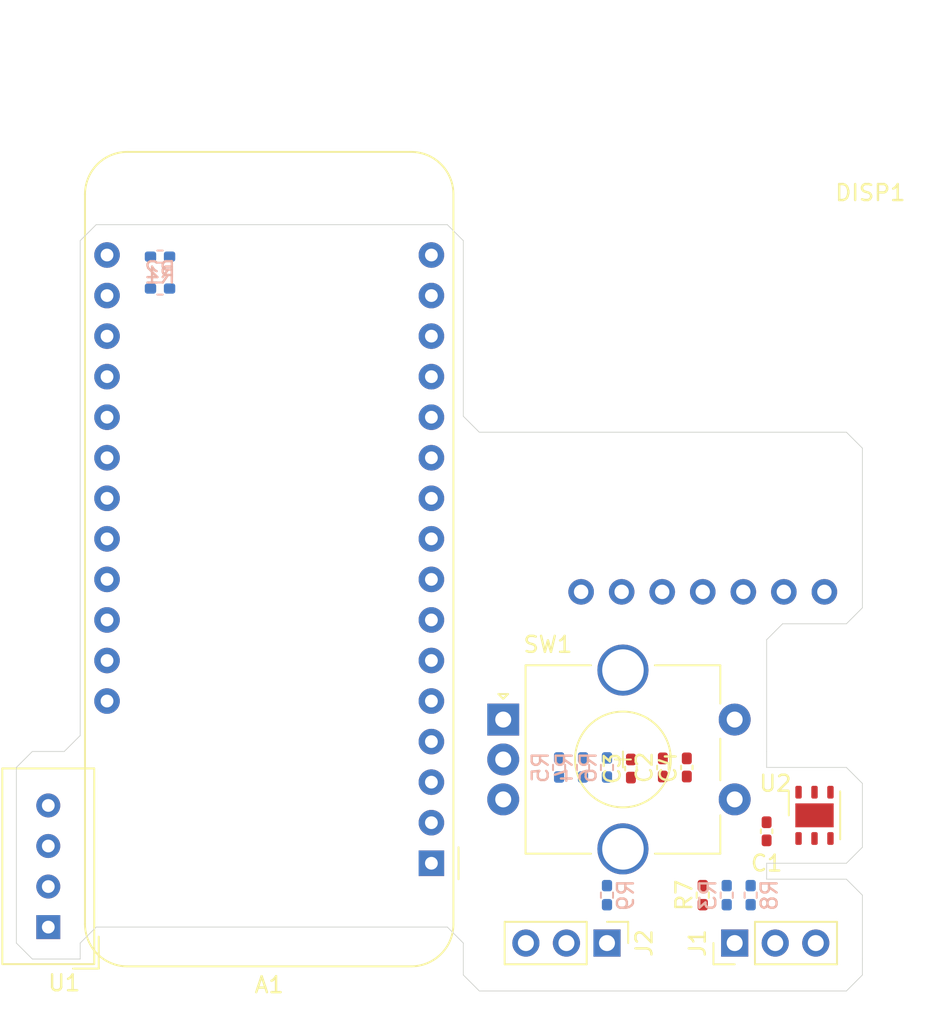
<source format=kicad_pcb>
(kicad_pcb (version 20171130) (host pcbnew 5.1.10-1.fc34)

  (general
    (thickness 1.6)
    (drawings 66)
    (tracks 0)
    (zones 0)
    (modules 20)
    (nets 20)
  )

  (page A4)
  (layers
    (0 F.Cu signal)
    (31 B.Cu signal)
    (32 B.Adhes user)
    (33 F.Adhes user)
    (34 B.Paste user)
    (35 F.Paste user)
    (36 B.SilkS user)
    (37 F.SilkS user)
    (38 B.Mask user)
    (39 F.Mask user)
    (40 Dwgs.User user)
    (41 Cmts.User user)
    (42 Eco1.User user)
    (43 Eco2.User user)
    (44 Edge.Cuts user)
    (45 Margin user)
    (46 B.CrtYd user)
    (47 F.CrtYd user)
    (48 B.Fab user)
    (49 F.Fab user)
  )

  (setup
    (last_trace_width 0.25)
    (trace_clearance 0.2)
    (zone_clearance 0.508)
    (zone_45_only no)
    (trace_min 0.2)
    (via_size 0.8)
    (via_drill 0.4)
    (via_min_size 0.4)
    (via_min_drill 0.3)
    (uvia_size 0.3)
    (uvia_drill 0.1)
    (uvias_allowed no)
    (uvia_min_size 0.2)
    (uvia_min_drill 0.1)
    (edge_width 0.05)
    (segment_width 0.2)
    (pcb_text_width 0.3)
    (pcb_text_size 1.5 1.5)
    (mod_edge_width 0.12)
    (mod_text_size 1 1)
    (mod_text_width 0.15)
    (pad_size 1.524 1.524)
    (pad_drill 0.762)
    (pad_to_mask_clearance 0)
    (aux_axis_origin 0 0)
    (visible_elements FFFFFF7F)
    (pcbplotparams
      (layerselection 0x010fc_ffffffff)
      (usegerberextensions false)
      (usegerberattributes true)
      (usegerberadvancedattributes true)
      (creategerberjobfile true)
      (excludeedgelayer true)
      (linewidth 0.100000)
      (plotframeref false)
      (viasonmask false)
      (mode 1)
      (useauxorigin false)
      (hpglpennumber 1)
      (hpglpenspeed 20)
      (hpglpendiameter 15.000000)
      (psnegative false)
      (psa4output false)
      (plotreference true)
      (plotvalue true)
      (plotinvisibletext false)
      (padsonsilk false)
      (subtractmaskfromsilk false)
      (outputformat 1)
      (mirror false)
      (drillshape 1)
      (scaleselection 1)
      (outputdirectory ""))
  )

  (net 0 "")
  (net 1 /SDA)
  (net 2 /SCL)
  (net 3 /LCD_DC)
  (net 4 /LCD_CS)
  (net 5 /SENS_DATA)
  (net 6 +5V)
  (net 7 +3V3)
  (net 8 GND)
  (net 9 /LCD_SCK)
  (net 10 /LCD_MOSI)
  (net 11 /ENC_BTN)
  (net 12 /ENC_A)
  (net 13 /ENC_B)
  (net 14 /LCD_BL)
  (net 15 /ONEWIRE)
  (net 16 /SERVO)
  (net 17 "Net-(J1-Pad2)")
  (net 18 "Net-(J1-Pad1)")
  (net 19 "Net-(J2-Pad1)")

  (net_class Default "This is the default net class."
    (clearance 0.2)
    (trace_width 0.25)
    (via_dia 0.8)
    (via_drill 0.4)
    (uvia_dia 0.3)
    (uvia_drill 0.1)
    (add_net +3V3)
    (add_net +5V)
    (add_net /ENC_A)
    (add_net /ENC_B)
    (add_net /ENC_BTN)
    (add_net /LCD_BL)
    (add_net /LCD_CS)
    (add_net /LCD_DC)
    (add_net /LCD_MOSI)
    (add_net /LCD_SCK)
    (add_net /ONEWIRE)
    (add_net /SCL)
    (add_net /SDA)
    (add_net /SENS_DATA)
    (add_net /SERVO)
    (add_net GND)
    (add_net "Net-(A1-Pad1)")
    (add_net "Net-(A1-Pad10)")
    (add_net "Net-(A1-Pad13)")
    (add_net "Net-(A1-Pad14)")
    (add_net "Net-(A1-Pad15)")
    (add_net "Net-(A1-Pad16)")
    (add_net "Net-(A1-Pad25)")
    (add_net "Net-(A1-Pad27)")
    (add_net "Net-(A1-Pad28)")
    (add_net "Net-(A1-Pad3)")
    (add_net "Net-(A1-Pad5)")
    (add_net "Net-(A1-Pad6)")
    (add_net "Net-(J1-Pad1)")
    (add_net "Net-(J1-Pad2)")
    (add_net "Net-(J2-Pad1)")
    (add_net "Net-(U1-Pad3)")
    (add_net "Net-(U2-Pad3)")
    (add_net "Net-(U2-Pad4)")
    (add_net "Net-(U2-Pad7)")
  )

  (module Resistor_SMD:R_0402_1005Metric_Pad0.72x0.64mm_HandSolder (layer B.Cu) (tedit 5F6BB9E0) (tstamp 61195420)
    (at 176 120 90)
    (descr "Resistor SMD 0402 (1005 Metric), square (rectangular) end terminal, IPC_7351 nominal with elongated pad for handsoldering. (Body size source: IPC-SM-782 page 72, https://www.pcb-3d.com/wordpress/wp-content/uploads/ipc-sm-782a_amendment_1_and_2.pdf), generated with kicad-footprint-generator")
    (tags "resistor handsolder")
    (path /611C2222)
    (attr smd)
    (fp_text reference R9 (at 0 1.17 90) (layer B.SilkS)
      (effects (font (size 1 1) (thickness 0.15)) (justify mirror))
    )
    (fp_text value 10 (at 0 -1.17 90) (layer B.Fab)
      (effects (font (size 1 1) (thickness 0.15)) (justify mirror))
    )
    (fp_text user %R (at 0 0 90) (layer B.Fab)
      (effects (font (size 0.26 0.26) (thickness 0.04)) (justify mirror))
    )
    (fp_line (start -0.525 -0.27) (end -0.525 0.27) (layer B.Fab) (width 0.1))
    (fp_line (start -0.525 0.27) (end 0.525 0.27) (layer B.Fab) (width 0.1))
    (fp_line (start 0.525 0.27) (end 0.525 -0.27) (layer B.Fab) (width 0.1))
    (fp_line (start 0.525 -0.27) (end -0.525 -0.27) (layer B.Fab) (width 0.1))
    (fp_line (start -0.167621 0.38) (end 0.167621 0.38) (layer B.SilkS) (width 0.12))
    (fp_line (start -0.167621 -0.38) (end 0.167621 -0.38) (layer B.SilkS) (width 0.12))
    (fp_line (start -1.1 -0.47) (end -1.1 0.47) (layer B.CrtYd) (width 0.05))
    (fp_line (start -1.1 0.47) (end 1.1 0.47) (layer B.CrtYd) (width 0.05))
    (fp_line (start 1.1 0.47) (end 1.1 -0.47) (layer B.CrtYd) (width 0.05))
    (fp_line (start 1.1 -0.47) (end -1.1 -0.47) (layer B.CrtYd) (width 0.05))
    (pad 2 smd roundrect (at 0.5975 0 90) (size 0.715 0.64) (layers B.Cu B.Paste B.Mask) (roundrect_rratio 0.25)
      (net 16 /SERVO))
    (pad 1 smd roundrect (at -0.5975 0 90) (size 0.715 0.64) (layers B.Cu B.Paste B.Mask) (roundrect_rratio 0.25)
      (net 19 "Net-(J2-Pad1)"))
    (model ${KISYS3DMOD}/Resistor_SMD.3dshapes/R_0402_1005Metric.wrl
      (at (xyz 0 0 0))
      (scale (xyz 1 1 1))
      (rotate (xyz 0 0 0))
    )
  )

  (module Resistor_SMD:R_0402_1005Metric_Pad0.72x0.64mm_HandSolder (layer B.Cu) (tedit 5F6BB9E0) (tstamp 6119540F)
    (at 185 120 90)
    (descr "Resistor SMD 0402 (1005 Metric), square (rectangular) end terminal, IPC_7351 nominal with elongated pad for handsoldering. (Body size source: IPC-SM-782 page 72, https://www.pcb-3d.com/wordpress/wp-content/uploads/ipc-sm-782a_amendment_1_and_2.pdf), generated with kicad-footprint-generator")
    (tags "resistor handsolder")
    (path /611B5A78)
    (attr smd)
    (fp_text reference R8 (at 0 1.17 90) (layer B.SilkS)
      (effects (font (size 1 1) (thickness 0.15)) (justify mirror))
    )
    (fp_text value 10 (at 0 -1.17 90) (layer B.Fab)
      (effects (font (size 1 1) (thickness 0.15)) (justify mirror))
    )
    (fp_text user %R (at 0 0 90) (layer B.Fab)
      (effects (font (size 0.26 0.26) (thickness 0.04)) (justify mirror))
    )
    (fp_line (start -0.525 -0.27) (end -0.525 0.27) (layer B.Fab) (width 0.1))
    (fp_line (start -0.525 0.27) (end 0.525 0.27) (layer B.Fab) (width 0.1))
    (fp_line (start 0.525 0.27) (end 0.525 -0.27) (layer B.Fab) (width 0.1))
    (fp_line (start 0.525 -0.27) (end -0.525 -0.27) (layer B.Fab) (width 0.1))
    (fp_line (start -0.167621 0.38) (end 0.167621 0.38) (layer B.SilkS) (width 0.12))
    (fp_line (start -0.167621 -0.38) (end 0.167621 -0.38) (layer B.SilkS) (width 0.12))
    (fp_line (start -1.1 -0.47) (end -1.1 0.47) (layer B.CrtYd) (width 0.05))
    (fp_line (start -1.1 0.47) (end 1.1 0.47) (layer B.CrtYd) (width 0.05))
    (fp_line (start 1.1 0.47) (end 1.1 -0.47) (layer B.CrtYd) (width 0.05))
    (fp_line (start 1.1 -0.47) (end -1.1 -0.47) (layer B.CrtYd) (width 0.05))
    (pad 2 smd roundrect (at 0.5975 0 90) (size 0.715 0.64) (layers B.Cu B.Paste B.Mask) (roundrect_rratio 0.25)
      (net 15 /ONEWIRE))
    (pad 1 smd roundrect (at -0.5975 0 90) (size 0.715 0.64) (layers B.Cu B.Paste B.Mask) (roundrect_rratio 0.25)
      (net 17 "Net-(J1-Pad2)"))
    (model ${KISYS3DMOD}/Resistor_SMD.3dshapes/R_0402_1005Metric.wrl
      (at (xyz 0 0 0))
      (scale (xyz 1 1 1))
      (rotate (xyz 0 0 0))
    )
  )

  (module Resistor_SMD:R_0402_1005Metric_Pad0.72x0.64mm_HandSolder (layer F.Cu) (tedit 5F6BB9E0) (tstamp 611953FE)
    (at 182 120 90)
    (descr "Resistor SMD 0402 (1005 Metric), square (rectangular) end terminal, IPC_7351 nominal with elongated pad for handsoldering. (Body size source: IPC-SM-782 page 72, https://www.pcb-3d.com/wordpress/wp-content/uploads/ipc-sm-782a_amendment_1_and_2.pdf), generated with kicad-footprint-generator")
    (tags "resistor handsolder")
    (path /611B2BA7)
    (attr smd)
    (fp_text reference R7 (at 0 -1.17 90) (layer F.SilkS)
      (effects (font (size 1 1) (thickness 0.15)))
    )
    (fp_text value 10 (at 0 1.17 90) (layer F.Fab)
      (effects (font (size 1 1) (thickness 0.15)))
    )
    (fp_text user %R (at 0 0 90) (layer F.Fab)
      (effects (font (size 0.26 0.26) (thickness 0.04)))
    )
    (fp_line (start -0.525 0.27) (end -0.525 -0.27) (layer F.Fab) (width 0.1))
    (fp_line (start -0.525 -0.27) (end 0.525 -0.27) (layer F.Fab) (width 0.1))
    (fp_line (start 0.525 -0.27) (end 0.525 0.27) (layer F.Fab) (width 0.1))
    (fp_line (start 0.525 0.27) (end -0.525 0.27) (layer F.Fab) (width 0.1))
    (fp_line (start -0.167621 -0.38) (end 0.167621 -0.38) (layer F.SilkS) (width 0.12))
    (fp_line (start -0.167621 0.38) (end 0.167621 0.38) (layer F.SilkS) (width 0.12))
    (fp_line (start -1.1 0.47) (end -1.1 -0.47) (layer F.CrtYd) (width 0.05))
    (fp_line (start -1.1 -0.47) (end 1.1 -0.47) (layer F.CrtYd) (width 0.05))
    (fp_line (start 1.1 -0.47) (end 1.1 0.47) (layer F.CrtYd) (width 0.05))
    (fp_line (start 1.1 0.47) (end -1.1 0.47) (layer F.CrtYd) (width 0.05))
    (pad 2 smd roundrect (at 0.5975 0 90) (size 0.715 0.64) (layers F.Cu F.Paste F.Mask) (roundrect_rratio 0.25)
      (net 7 +3V3))
    (pad 1 smd roundrect (at -0.5975 0 90) (size 0.715 0.64) (layers F.Cu F.Paste F.Mask) (roundrect_rratio 0.25)
      (net 18 "Net-(J1-Pad1)"))
    (model ${KISYS3DMOD}/Resistor_SMD.3dshapes/R_0402_1005Metric.wrl
      (at (xyz 0 0 0))
      (scale (xyz 1 1 1))
      (rotate (xyz 0 0 0))
    )
  )

  (module Resistor_SMD:R_0402_1005Metric_Pad0.72x0.64mm_HandSolder (layer B.Cu) (tedit 5F6BB9E0) (tstamp 6119636E)
    (at 183.5 120 270)
    (descr "Resistor SMD 0402 (1005 Metric), square (rectangular) end terminal, IPC_7351 nominal with elongated pad for handsoldering. (Body size source: IPC-SM-782 page 72, https://www.pcb-3d.com/wordpress/wp-content/uploads/ipc-sm-782a_amendment_1_and_2.pdf), generated with kicad-footprint-generator")
    (tags "resistor handsolder")
    (path /611B2858)
    (attr smd)
    (fp_text reference R3 (at 0 1.17 90) (layer B.SilkS)
      (effects (font (size 1 1) (thickness 0.15)) (justify mirror))
    )
    (fp_text value 4k7 (at 0 -1.17 90) (layer B.Fab)
      (effects (font (size 1 1) (thickness 0.15)) (justify mirror))
    )
    (fp_text user %R (at 0 0 90) (layer B.Fab)
      (effects (font (size 0.26 0.26) (thickness 0.04)) (justify mirror))
    )
    (fp_line (start -0.525 -0.27) (end -0.525 0.27) (layer B.Fab) (width 0.1))
    (fp_line (start -0.525 0.27) (end 0.525 0.27) (layer B.Fab) (width 0.1))
    (fp_line (start 0.525 0.27) (end 0.525 -0.27) (layer B.Fab) (width 0.1))
    (fp_line (start 0.525 -0.27) (end -0.525 -0.27) (layer B.Fab) (width 0.1))
    (fp_line (start -0.167621 0.38) (end 0.167621 0.38) (layer B.SilkS) (width 0.12))
    (fp_line (start -0.167621 -0.38) (end 0.167621 -0.38) (layer B.SilkS) (width 0.12))
    (fp_line (start -1.1 -0.47) (end -1.1 0.47) (layer B.CrtYd) (width 0.05))
    (fp_line (start -1.1 0.47) (end 1.1 0.47) (layer B.CrtYd) (width 0.05))
    (fp_line (start 1.1 0.47) (end 1.1 -0.47) (layer B.CrtYd) (width 0.05))
    (fp_line (start 1.1 -0.47) (end -1.1 -0.47) (layer B.CrtYd) (width 0.05))
    (pad 2 smd roundrect (at 0.5975 0 270) (size 0.715 0.64) (layers B.Cu B.Paste B.Mask) (roundrect_rratio 0.25)
      (net 15 /ONEWIRE))
    (pad 1 smd roundrect (at -0.5975 0 270) (size 0.715 0.64) (layers B.Cu B.Paste B.Mask) (roundrect_rratio 0.25)
      (net 7 +3V3))
    (model ${KISYS3DMOD}/Resistor_SMD.3dshapes/R_0402_1005Metric.wrl
      (at (xyz 0 0 0))
      (scale (xyz 1 1 1))
      (rotate (xyz 0 0 0))
    )
  )

  (module Connector_PinHeader_2.54mm:PinHeader_1x03_P2.54mm_Vertical (layer F.Cu) (tedit 59FED5CC) (tstamp 611956C1)
    (at 176 123 270)
    (descr "Through hole straight pin header, 1x03, 2.54mm pitch, single row")
    (tags "Through hole pin header THT 1x03 2.54mm single row")
    (path /611C181A)
    (fp_text reference J2 (at 0 -2.33 90) (layer F.SilkS)
      (effects (font (size 1 1) (thickness 0.15)))
    )
    (fp_text value Conn_01x03 (at 0 7.41 90) (layer F.Fab)
      (effects (font (size 1 1) (thickness 0.15)))
    )
    (fp_text user %R (at 0 2.54) (layer F.Fab)
      (effects (font (size 1 1) (thickness 0.15)))
    )
    (fp_line (start -0.635 -1.27) (end 1.27 -1.27) (layer F.Fab) (width 0.1))
    (fp_line (start 1.27 -1.27) (end 1.27 6.35) (layer F.Fab) (width 0.1))
    (fp_line (start 1.27 6.35) (end -1.27 6.35) (layer F.Fab) (width 0.1))
    (fp_line (start -1.27 6.35) (end -1.27 -0.635) (layer F.Fab) (width 0.1))
    (fp_line (start -1.27 -0.635) (end -0.635 -1.27) (layer F.Fab) (width 0.1))
    (fp_line (start -1.33 6.41) (end 1.33 6.41) (layer F.SilkS) (width 0.12))
    (fp_line (start -1.33 1.27) (end -1.33 6.41) (layer F.SilkS) (width 0.12))
    (fp_line (start 1.33 1.27) (end 1.33 6.41) (layer F.SilkS) (width 0.12))
    (fp_line (start -1.33 1.27) (end 1.33 1.27) (layer F.SilkS) (width 0.12))
    (fp_line (start -1.33 0) (end -1.33 -1.33) (layer F.SilkS) (width 0.12))
    (fp_line (start -1.33 -1.33) (end 0 -1.33) (layer F.SilkS) (width 0.12))
    (fp_line (start -1.8 -1.8) (end -1.8 6.85) (layer F.CrtYd) (width 0.05))
    (fp_line (start -1.8 6.85) (end 1.8 6.85) (layer F.CrtYd) (width 0.05))
    (fp_line (start 1.8 6.85) (end 1.8 -1.8) (layer F.CrtYd) (width 0.05))
    (fp_line (start 1.8 -1.8) (end -1.8 -1.8) (layer F.CrtYd) (width 0.05))
    (pad 3 thru_hole oval (at 0 5.08 270) (size 1.7 1.7) (drill 1) (layers *.Cu *.Mask)
      (net 8 GND))
    (pad 2 thru_hole oval (at 0 2.54 270) (size 1.7 1.7) (drill 1) (layers *.Cu *.Mask)
      (net 6 +5V))
    (pad 1 thru_hole rect (at 0 0 270) (size 1.7 1.7) (drill 1) (layers *.Cu *.Mask)
      (net 19 "Net-(J2-Pad1)"))
    (model ${KISYS3DMOD}/Connector_PinHeader_2.54mm.3dshapes/PinHeader_1x03_P2.54mm_Vertical.wrl
      (at (xyz 0 0 0))
      (scale (xyz 1 1 1))
      (rotate (xyz 0 0 0))
    )
  )

  (module Connector_PinHeader_2.54mm:PinHeader_1x03_P2.54mm_Vertical (layer F.Cu) (tedit 59FED5CC) (tstamp 61195325)
    (at 184 123 90)
    (descr "Through hole straight pin header, 1x03, 2.54mm pitch, single row")
    (tags "Through hole pin header THT 1x03 2.54mm single row")
    (path /611B2274)
    (fp_text reference J1 (at 0 -2.33 90) (layer F.SilkS)
      (effects (font (size 1 1) (thickness 0.15)))
    )
    (fp_text value Conn_01x03 (at 0 7.41 90) (layer F.Fab)
      (effects (font (size 1 1) (thickness 0.15)))
    )
    (fp_text user %R (at 0 2.54) (layer F.Fab)
      (effects (font (size 1 1) (thickness 0.15)))
    )
    (fp_line (start -0.635 -1.27) (end 1.27 -1.27) (layer F.Fab) (width 0.1))
    (fp_line (start 1.27 -1.27) (end 1.27 6.35) (layer F.Fab) (width 0.1))
    (fp_line (start 1.27 6.35) (end -1.27 6.35) (layer F.Fab) (width 0.1))
    (fp_line (start -1.27 6.35) (end -1.27 -0.635) (layer F.Fab) (width 0.1))
    (fp_line (start -1.27 -0.635) (end -0.635 -1.27) (layer F.Fab) (width 0.1))
    (fp_line (start -1.33 6.41) (end 1.33 6.41) (layer F.SilkS) (width 0.12))
    (fp_line (start -1.33 1.27) (end -1.33 6.41) (layer F.SilkS) (width 0.12))
    (fp_line (start 1.33 1.27) (end 1.33 6.41) (layer F.SilkS) (width 0.12))
    (fp_line (start -1.33 1.27) (end 1.33 1.27) (layer F.SilkS) (width 0.12))
    (fp_line (start -1.33 0) (end -1.33 -1.33) (layer F.SilkS) (width 0.12))
    (fp_line (start -1.33 -1.33) (end 0 -1.33) (layer F.SilkS) (width 0.12))
    (fp_line (start -1.8 -1.8) (end -1.8 6.85) (layer F.CrtYd) (width 0.05))
    (fp_line (start -1.8 6.85) (end 1.8 6.85) (layer F.CrtYd) (width 0.05))
    (fp_line (start 1.8 6.85) (end 1.8 -1.8) (layer F.CrtYd) (width 0.05))
    (fp_line (start 1.8 -1.8) (end -1.8 -1.8) (layer F.CrtYd) (width 0.05))
    (pad 3 thru_hole oval (at 0 5.08 90) (size 1.7 1.7) (drill 1) (layers *.Cu *.Mask)
      (net 8 GND))
    (pad 2 thru_hole oval (at 0 2.54 90) (size 1.7 1.7) (drill 1) (layers *.Cu *.Mask)
      (net 17 "Net-(J1-Pad2)"))
    (pad 1 thru_hole rect (at 0 0 90) (size 1.7 1.7) (drill 1) (layers *.Cu *.Mask)
      (net 18 "Net-(J1-Pad1)"))
    (model ${KISYS3DMOD}/Connector_PinHeader_2.54mm.3dshapes/PinHeader_1x03_P2.54mm_Vertical.wrl
      (at (xyz 0 0 0))
      (scale (xyz 1 1 1))
      (rotate (xyz 0 0 0))
    )
  )

  (module Capacitor_SMD:C_0402_1005Metric_Pad0.74x0.62mm_HandSolder (layer F.Cu) (tedit 5F6BB22C) (tstamp 611952E8)
    (at 181 112 90)
    (descr "Capacitor SMD 0402 (1005 Metric), square (rectangular) end terminal, IPC_7351 nominal with elongated pad for handsoldering. (Body size source: IPC-SM-782 page 76, https://www.pcb-3d.com/wordpress/wp-content/uploads/ipc-sm-782a_amendment_1_and_2.pdf), generated with kicad-footprint-generator")
    (tags "capacitor handsolder")
    (path /611D44A2)
    (attr smd)
    (fp_text reference C4 (at 0 -1.16 90) (layer F.SilkS)
      (effects (font (size 1 1) (thickness 0.15)))
    )
    (fp_text value DNP (at 0 1.16 90) (layer F.Fab)
      (effects (font (size 1 1) (thickness 0.15)))
    )
    (fp_text user %R (at 0 0 90) (layer F.Fab)
      (effects (font (size 0.25 0.25) (thickness 0.04)))
    )
    (fp_line (start -0.5 0.25) (end -0.5 -0.25) (layer F.Fab) (width 0.1))
    (fp_line (start -0.5 -0.25) (end 0.5 -0.25) (layer F.Fab) (width 0.1))
    (fp_line (start 0.5 -0.25) (end 0.5 0.25) (layer F.Fab) (width 0.1))
    (fp_line (start 0.5 0.25) (end -0.5 0.25) (layer F.Fab) (width 0.1))
    (fp_line (start -0.115835 -0.36) (end 0.115835 -0.36) (layer F.SilkS) (width 0.12))
    (fp_line (start -0.115835 0.36) (end 0.115835 0.36) (layer F.SilkS) (width 0.12))
    (fp_line (start -1.08 0.46) (end -1.08 -0.46) (layer F.CrtYd) (width 0.05))
    (fp_line (start -1.08 -0.46) (end 1.08 -0.46) (layer F.CrtYd) (width 0.05))
    (fp_line (start 1.08 -0.46) (end 1.08 0.46) (layer F.CrtYd) (width 0.05))
    (fp_line (start 1.08 0.46) (end -1.08 0.46) (layer F.CrtYd) (width 0.05))
    (pad 2 smd roundrect (at 0.5675 0 90) (size 0.735 0.62) (layers F.Cu F.Paste F.Mask) (roundrect_rratio 0.25)
      (net 8 GND))
    (pad 1 smd roundrect (at -0.5675 0 90) (size 0.735 0.62) (layers F.Cu F.Paste F.Mask) (roundrect_rratio 0.25)
      (net 11 /ENC_BTN))
    (model ${KISYS3DMOD}/Capacitor_SMD.3dshapes/C_0402_1005Metric.wrl
      (at (xyz 0 0 0))
      (scale (xyz 1 1 1))
      (rotate (xyz 0 0 0))
    )
  )

  (module Capacitor_SMD:C_0402_1005Metric_Pad0.74x0.62mm_HandSolder (layer F.Cu) (tedit 5F6BB22C) (tstamp 611952D7)
    (at 177.5 112.0675 90)
    (descr "Capacitor SMD 0402 (1005 Metric), square (rectangular) end terminal, IPC_7351 nominal with elongated pad for handsoldering. (Body size source: IPC-SM-782 page 76, https://www.pcb-3d.com/wordpress/wp-content/uploads/ipc-sm-782a_amendment_1_and_2.pdf), generated with kicad-footprint-generator")
    (tags "capacitor handsolder")
    (path /611D4DEC)
    (attr smd)
    (fp_text reference C3 (at 0 -1.16 90) (layer F.SilkS)
      (effects (font (size 1 1) (thickness 0.15)))
    )
    (fp_text value DNP (at 0 1.16 90) (layer F.Fab)
      (effects (font (size 1 1) (thickness 0.15)))
    )
    (fp_text user %R (at 0 0 90) (layer F.Fab)
      (effects (font (size 0.25 0.25) (thickness 0.04)))
    )
    (fp_line (start -0.5 0.25) (end -0.5 -0.25) (layer F.Fab) (width 0.1))
    (fp_line (start -0.5 -0.25) (end 0.5 -0.25) (layer F.Fab) (width 0.1))
    (fp_line (start 0.5 -0.25) (end 0.5 0.25) (layer F.Fab) (width 0.1))
    (fp_line (start 0.5 0.25) (end -0.5 0.25) (layer F.Fab) (width 0.1))
    (fp_line (start -0.115835 -0.36) (end 0.115835 -0.36) (layer F.SilkS) (width 0.12))
    (fp_line (start -0.115835 0.36) (end 0.115835 0.36) (layer F.SilkS) (width 0.12))
    (fp_line (start -1.08 0.46) (end -1.08 -0.46) (layer F.CrtYd) (width 0.05))
    (fp_line (start -1.08 -0.46) (end 1.08 -0.46) (layer F.CrtYd) (width 0.05))
    (fp_line (start 1.08 -0.46) (end 1.08 0.46) (layer F.CrtYd) (width 0.05))
    (fp_line (start 1.08 0.46) (end -1.08 0.46) (layer F.CrtYd) (width 0.05))
    (pad 2 smd roundrect (at 0.5675 0 90) (size 0.735 0.62) (layers F.Cu F.Paste F.Mask) (roundrect_rratio 0.25)
      (net 8 GND))
    (pad 1 smd roundrect (at -0.5675 0 90) (size 0.735 0.62) (layers F.Cu F.Paste F.Mask) (roundrect_rratio 0.25)
      (net 13 /ENC_B))
    (model ${KISYS3DMOD}/Capacitor_SMD.3dshapes/C_0402_1005Metric.wrl
      (at (xyz 0 0 0))
      (scale (xyz 1 1 1))
      (rotate (xyz 0 0 0))
    )
  )

  (module Capacitor_SMD:C_0402_1005Metric_Pad0.74x0.62mm_HandSolder (layer F.Cu) (tedit 5F6BB22C) (tstamp 611952C6)
    (at 179.5 112 90)
    (descr "Capacitor SMD 0402 (1005 Metric), square (rectangular) end terminal, IPC_7351 nominal with elongated pad for handsoldering. (Body size source: IPC-SM-782 page 76, https://www.pcb-3d.com/wordpress/wp-content/uploads/ipc-sm-782a_amendment_1_and_2.pdf), generated with kicad-footprint-generator")
    (tags "capacitor handsolder")
    (path /611E1BBF)
    (attr smd)
    (fp_text reference C2 (at 0 -1.16 90) (layer F.SilkS)
      (effects (font (size 1 1) (thickness 0.15)))
    )
    (fp_text value DNP (at 0 1.16 90) (layer F.Fab)
      (effects (font (size 1 1) (thickness 0.15)))
    )
    (fp_text user %R (at 0 0 90) (layer F.Fab)
      (effects (font (size 0.25 0.25) (thickness 0.04)))
    )
    (fp_line (start -0.5 0.25) (end -0.5 -0.25) (layer F.Fab) (width 0.1))
    (fp_line (start -0.5 -0.25) (end 0.5 -0.25) (layer F.Fab) (width 0.1))
    (fp_line (start 0.5 -0.25) (end 0.5 0.25) (layer F.Fab) (width 0.1))
    (fp_line (start 0.5 0.25) (end -0.5 0.25) (layer F.Fab) (width 0.1))
    (fp_line (start -0.115835 -0.36) (end 0.115835 -0.36) (layer F.SilkS) (width 0.12))
    (fp_line (start -0.115835 0.36) (end 0.115835 0.36) (layer F.SilkS) (width 0.12))
    (fp_line (start -1.08 0.46) (end -1.08 -0.46) (layer F.CrtYd) (width 0.05))
    (fp_line (start -1.08 -0.46) (end 1.08 -0.46) (layer F.CrtYd) (width 0.05))
    (fp_line (start 1.08 -0.46) (end 1.08 0.46) (layer F.CrtYd) (width 0.05))
    (fp_line (start 1.08 0.46) (end -1.08 0.46) (layer F.CrtYd) (width 0.05))
    (pad 2 smd roundrect (at 0.5675 0 90) (size 0.735 0.62) (layers F.Cu F.Paste F.Mask) (roundrect_rratio 0.25)
      (net 8 GND))
    (pad 1 smd roundrect (at -0.5675 0 90) (size 0.735 0.62) (layers F.Cu F.Paste F.Mask) (roundrect_rratio 0.25)
      (net 12 /ENC_A))
    (model ${KISYS3DMOD}/Capacitor_SMD.3dshapes/C_0402_1005Metric.wrl
      (at (xyz 0 0 0))
      (scale (xyz 1 1 1))
      (rotate (xyz 0 0 0))
    )
  )

  (module Rotary_Encoder:RotaryEncoder_Alps_EC11E-Switch_Vertical_H20mm_CircularMountingHoles (layer F.Cu) (tedit 5A74C8DD) (tstamp 6119476B)
    (at 169.5 109)
    (descr "Alps rotary encoder, EC12E... with switch, vertical shaft, mounting holes with circular drills, http://www.alps.com/prod/info/E/HTML/Encoder/Incremental/EC11/EC11E15204A3.html")
    (tags "rotary encoder")
    (path /6118E391)
    (fp_text reference SW1 (at 2.8 -4.7) (layer F.SilkS)
      (effects (font (size 1 1) (thickness 0.15)))
    )
    (fp_text value Rotary_Encoder_Switch (at 7.5 10.4) (layer F.Fab)
      (effects (font (size 1 1) (thickness 0.15)))
    )
    (fp_text user %R (at 11.1 6.3) (layer F.Fab)
      (effects (font (size 1 1) (thickness 0.15)))
    )
    (fp_line (start 7 2.5) (end 8 2.5) (layer F.SilkS) (width 0.12))
    (fp_line (start 7.5 2) (end 7.5 3) (layer F.SilkS) (width 0.12))
    (fp_line (start 13.6 6) (end 13.6 8.4) (layer F.SilkS) (width 0.12))
    (fp_line (start 13.6 1.2) (end 13.6 3.8) (layer F.SilkS) (width 0.12))
    (fp_line (start 13.6 -3.4) (end 13.6 -1) (layer F.SilkS) (width 0.12))
    (fp_line (start 4.5 2.5) (end 10.5 2.5) (layer F.Fab) (width 0.12))
    (fp_line (start 7.5 -0.5) (end 7.5 5.5) (layer F.Fab) (width 0.12))
    (fp_line (start 0.3 -1.6) (end 0 -1.3) (layer F.SilkS) (width 0.12))
    (fp_line (start -0.3 -1.6) (end 0.3 -1.6) (layer F.SilkS) (width 0.12))
    (fp_line (start 0 -1.3) (end -0.3 -1.6) (layer F.SilkS) (width 0.12))
    (fp_line (start 1.4 -3.4) (end 1.4 8.4) (layer F.SilkS) (width 0.12))
    (fp_line (start 5.5 -3.4) (end 1.4 -3.4) (layer F.SilkS) (width 0.12))
    (fp_line (start 5.5 8.4) (end 1.4 8.4) (layer F.SilkS) (width 0.12))
    (fp_line (start 13.6 8.4) (end 9.5 8.4) (layer F.SilkS) (width 0.12))
    (fp_line (start 9.5 -3.4) (end 13.6 -3.4) (layer F.SilkS) (width 0.12))
    (fp_line (start 1.5 -2.2) (end 2.5 -3.3) (layer F.Fab) (width 0.12))
    (fp_line (start 1.5 8.3) (end 1.5 -2.2) (layer F.Fab) (width 0.12))
    (fp_line (start 13.5 8.3) (end 1.5 8.3) (layer F.Fab) (width 0.12))
    (fp_line (start 13.5 -3.3) (end 13.5 8.3) (layer F.Fab) (width 0.12))
    (fp_line (start 2.5 -3.3) (end 13.5 -3.3) (layer F.Fab) (width 0.12))
    (fp_line (start -1.5 -5.2) (end 16 -5.2) (layer F.CrtYd) (width 0.05))
    (fp_line (start -1.5 -5.2) (end -1.5 10.2) (layer F.CrtYd) (width 0.05))
    (fp_line (start 16 10.2) (end 16 -5.2) (layer F.CrtYd) (width 0.05))
    (fp_line (start 16 10.2) (end -1.5 10.2) (layer F.CrtYd) (width 0.05))
    (fp_circle (center 7.5 2.5) (end 10.5 2.5) (layer F.SilkS) (width 0.12))
    (fp_circle (center 7.5 2.5) (end 10.5 2.5) (layer F.Fab) (width 0.12))
    (pad A thru_hole rect (at 0 0) (size 2 2) (drill 1) (layers *.Cu *.Mask)
      (net 12 /ENC_A))
    (pad C thru_hole circle (at 0 2.5) (size 2 2) (drill 1) (layers *.Cu *.Mask)
      (net 8 GND))
    (pad B thru_hole circle (at 0 5) (size 2 2) (drill 1) (layers *.Cu *.Mask)
      (net 13 /ENC_B))
    (pad MP thru_hole circle (at 7.5 -3.1) (size 3.2 3.2) (drill 2.6) (layers *.Cu *.Mask))
    (pad MP thru_hole circle (at 7.5 8.1) (size 3.2 3.2) (drill 2.6) (layers *.Cu *.Mask))
    (pad S2 thru_hole circle (at 14.5 0) (size 2 2) (drill 1) (layers *.Cu *.Mask)
      (net 8 GND))
    (pad S1 thru_hole circle (at 14.5 5) (size 2 2) (drill 1) (layers *.Cu *.Mask)
      (net 11 /ENC_BTN))
    (model ${KISYS3DMOD}/Rotary_Encoder.3dshapes/RotaryEncoder_Alps_EC11E-Switch_Vertical_H20mm_CircularMountingHoles.wrl
      (at (xyz 0 0 0))
      (scale (xyz 1 1 1))
      (rotate (xyz 0 0 0))
    )
  )

  (module Resistor_SMD:R_0402_1005Metric_Pad0.72x0.64mm_HandSolder (layer B.Cu) (tedit 5F6BB9E0) (tstamp 61194745)
    (at 176 112 270)
    (descr "Resistor SMD 0402 (1005 Metric), square (rectangular) end terminal, IPC_7351 nominal with elongated pad for handsoldering. (Body size source: IPC-SM-782 page 72, https://www.pcb-3d.com/wordpress/wp-content/uploads/ipc-sm-782a_amendment_1_and_2.pdf), generated with kicad-footprint-generator")
    (tags "resistor handsolder")
    (path /61198CAA)
    (attr smd)
    (fp_text reference R6 (at 0 1.17 90) (layer B.SilkS)
      (effects (font (size 1 1) (thickness 0.15)) (justify mirror))
    )
    (fp_text value R (at 0 -1.17 90) (layer B.Fab)
      (effects (font (size 1 1) (thickness 0.15)) (justify mirror))
    )
    (fp_text user %R (at 0 0 90) (layer B.Fab)
      (effects (font (size 0.26 0.26) (thickness 0.04)) (justify mirror))
    )
    (fp_line (start -0.525 -0.27) (end -0.525 0.27) (layer B.Fab) (width 0.1))
    (fp_line (start -0.525 0.27) (end 0.525 0.27) (layer B.Fab) (width 0.1))
    (fp_line (start 0.525 0.27) (end 0.525 -0.27) (layer B.Fab) (width 0.1))
    (fp_line (start 0.525 -0.27) (end -0.525 -0.27) (layer B.Fab) (width 0.1))
    (fp_line (start -0.167621 0.38) (end 0.167621 0.38) (layer B.SilkS) (width 0.12))
    (fp_line (start -0.167621 -0.38) (end 0.167621 -0.38) (layer B.SilkS) (width 0.12))
    (fp_line (start -1.1 -0.47) (end -1.1 0.47) (layer B.CrtYd) (width 0.05))
    (fp_line (start -1.1 0.47) (end 1.1 0.47) (layer B.CrtYd) (width 0.05))
    (fp_line (start 1.1 0.47) (end 1.1 -0.47) (layer B.CrtYd) (width 0.05))
    (fp_line (start 1.1 -0.47) (end -1.1 -0.47) (layer B.CrtYd) (width 0.05))
    (pad 2 smd roundrect (at 0.5975 0 270) (size 0.715 0.64) (layers B.Cu B.Paste B.Mask) (roundrect_rratio 0.25)
      (net 11 /ENC_BTN))
    (pad 1 smd roundrect (at -0.5975 0 270) (size 0.715 0.64) (layers B.Cu B.Paste B.Mask) (roundrect_rratio 0.25)
      (net 7 +3V3))
    (model ${KISYS3DMOD}/Resistor_SMD.3dshapes/R_0402_1005Metric.wrl
      (at (xyz 0 0 0))
      (scale (xyz 1 1 1))
      (rotate (xyz 0 0 0))
    )
  )

  (module Resistor_SMD:R_0402_1005Metric_Pad0.72x0.64mm_HandSolder (layer B.Cu) (tedit 5F6BB9E0) (tstamp 611960BD)
    (at 173 112 270)
    (descr "Resistor SMD 0402 (1005 Metric), square (rectangular) end terminal, IPC_7351 nominal with elongated pad for handsoldering. (Body size source: IPC-SM-782 page 72, https://www.pcb-3d.com/wordpress/wp-content/uploads/ipc-sm-782a_amendment_1_and_2.pdf), generated with kicad-footprint-generator")
    (tags "resistor handsolder")
    (path /61191C84)
    (attr smd)
    (fp_text reference R5 (at 0 1.17 90) (layer B.SilkS)
      (effects (font (size 1 1) (thickness 0.15)) (justify mirror))
    )
    (fp_text value R (at 0 -1.17 90) (layer B.Fab)
      (effects (font (size 1 1) (thickness 0.15)) (justify mirror))
    )
    (fp_text user %R (at 0 0 90) (layer B.Fab)
      (effects (font (size 0.26 0.26) (thickness 0.04)) (justify mirror))
    )
    (fp_line (start -0.525 -0.27) (end -0.525 0.27) (layer B.Fab) (width 0.1))
    (fp_line (start -0.525 0.27) (end 0.525 0.27) (layer B.Fab) (width 0.1))
    (fp_line (start 0.525 0.27) (end 0.525 -0.27) (layer B.Fab) (width 0.1))
    (fp_line (start 0.525 -0.27) (end -0.525 -0.27) (layer B.Fab) (width 0.1))
    (fp_line (start -0.167621 0.38) (end 0.167621 0.38) (layer B.SilkS) (width 0.12))
    (fp_line (start -0.167621 -0.38) (end 0.167621 -0.38) (layer B.SilkS) (width 0.12))
    (fp_line (start -1.1 -0.47) (end -1.1 0.47) (layer B.CrtYd) (width 0.05))
    (fp_line (start -1.1 0.47) (end 1.1 0.47) (layer B.CrtYd) (width 0.05))
    (fp_line (start 1.1 0.47) (end 1.1 -0.47) (layer B.CrtYd) (width 0.05))
    (fp_line (start 1.1 -0.47) (end -1.1 -0.47) (layer B.CrtYd) (width 0.05))
    (pad 2 smd roundrect (at 0.5975 0 270) (size 0.715 0.64) (layers B.Cu B.Paste B.Mask) (roundrect_rratio 0.25)
      (net 13 /ENC_B))
    (pad 1 smd roundrect (at -0.5975 0 270) (size 0.715 0.64) (layers B.Cu B.Paste B.Mask) (roundrect_rratio 0.25)
      (net 7 +3V3))
    (model ${KISYS3DMOD}/Resistor_SMD.3dshapes/R_0402_1005Metric.wrl
      (at (xyz 0 0 0))
      (scale (xyz 1 1 1))
      (rotate (xyz 0 0 0))
    )
  )

  (module Resistor_SMD:R_0402_1005Metric_Pad0.72x0.64mm_HandSolder (layer B.Cu) (tedit 5F6BB9E0) (tstamp 61194723)
    (at 174.5 112 270)
    (descr "Resistor SMD 0402 (1005 Metric), square (rectangular) end terminal, IPC_7351 nominal with elongated pad for handsoldering. (Body size source: IPC-SM-782 page 72, https://www.pcb-3d.com/wordpress/wp-content/uploads/ipc-sm-782a_amendment_1_and_2.pdf), generated with kicad-footprint-generator")
    (tags "resistor handsolder")
    (path /61193BF5)
    (attr smd)
    (fp_text reference R4 (at 0 1.17 90) (layer B.SilkS)
      (effects (font (size 1 1) (thickness 0.15)) (justify mirror))
    )
    (fp_text value R (at 0 -1.17 90) (layer B.Fab)
      (effects (font (size 1 1) (thickness 0.15)) (justify mirror))
    )
    (fp_text user %R (at 0 0 90) (layer B.Fab)
      (effects (font (size 0.26 0.26) (thickness 0.04)) (justify mirror))
    )
    (fp_line (start -0.525 -0.27) (end -0.525 0.27) (layer B.Fab) (width 0.1))
    (fp_line (start -0.525 0.27) (end 0.525 0.27) (layer B.Fab) (width 0.1))
    (fp_line (start 0.525 0.27) (end 0.525 -0.27) (layer B.Fab) (width 0.1))
    (fp_line (start 0.525 -0.27) (end -0.525 -0.27) (layer B.Fab) (width 0.1))
    (fp_line (start -0.167621 0.38) (end 0.167621 0.38) (layer B.SilkS) (width 0.12))
    (fp_line (start -0.167621 -0.38) (end 0.167621 -0.38) (layer B.SilkS) (width 0.12))
    (fp_line (start -1.1 -0.47) (end -1.1 0.47) (layer B.CrtYd) (width 0.05))
    (fp_line (start -1.1 0.47) (end 1.1 0.47) (layer B.CrtYd) (width 0.05))
    (fp_line (start 1.1 0.47) (end 1.1 -0.47) (layer B.CrtYd) (width 0.05))
    (fp_line (start 1.1 -0.47) (end -1.1 -0.47) (layer B.CrtYd) (width 0.05))
    (pad 2 smd roundrect (at 0.5975 0 270) (size 0.715 0.64) (layers B.Cu B.Paste B.Mask) (roundrect_rratio 0.25)
      (net 12 /ENC_A))
    (pad 1 smd roundrect (at -0.5975 0 270) (size 0.715 0.64) (layers B.Cu B.Paste B.Mask) (roundrect_rratio 0.25)
      (net 7 +3V3))
    (model ${KISYS3DMOD}/Resistor_SMD.3dshapes/R_0402_1005Metric.wrl
      (at (xyz 0 0 0))
      (scale (xyz 1 1 1))
      (rotate (xyz 0 0 0))
    )
  )

  (module "LCD Display:PIM436" (layer F.Cu) (tedit 611605D3) (tstamp 61160FCB)
    (at 182 101)
    (path /6115ADE6)
    (fp_text reference DISP1 (at 10.5 -25) (layer F.SilkS)
      (effects (font (size 1 1) (thickness 0.15)))
    )
    (fp_text value "SPI LCD" (at -9.5 -25) (layer F.Fab)
      (effects (font (size 1 1) (thickness 0.15)))
    )
    (fp_line (start 10 -4) (end 14.5 -4) (layer F.CrtYd) (width 0.12))
    (fp_line (start 10 1.9) (end 10 -4) (layer F.CrtYd) (width 0.12))
    (fp_line (start -10 -4) (end -14.5 -4) (layer F.CrtYd) (width 0.12))
    (fp_line (start -10 1.9) (end -10 -4) (layer F.CrtYd) (width 0.12))
    (fp_poly (pts (xy 12.5 -11) (xy -9.5 -11) (xy -9.5 -22) (xy 12.5 -22)) (layer Dwgs.User) (width 0.1))
    (fp_line (start -10 1.9) (end 10 1.9) (layer F.CrtYd) (width 0.15))
    (fp_line (start 14.6 -24) (end 14.6 -4) (layer F.CrtYd) (width 0.15))
    (fp_line (start -14.5 -24) (end -14.5 -4) (layer F.CrtYd) (width 0.15))
    (fp_line (start -14.5 -24) (end 14.6 -24) (layer F.CrtYd) (width 0.15))
    (pad 7 thru_hole circle (at 7.62 0) (size 1.6 1.6) (drill 0.9) (layers *.Cu *.Mask)
      (net 8 GND))
    (pad 6 thru_hole circle (at 5.08 0) (size 1.6 1.6) (drill 0.9) (layers *.Cu *.Mask)
      (net 14 /LCD_BL))
    (pad 5 thru_hole circle (at 2.54 0) (size 1.6 1.6) (drill 0.9) (layers *.Cu *.Mask)
      (net 3 /LCD_DC))
    (pad 4 thru_hole circle (at 0 0) (size 1.6 1.6) (drill 0.9) (layers *.Cu *.Mask)
      (net 10 /LCD_MOSI))
    (pad 3 thru_hole circle (at -2.54 0) (size 1.6 1.6) (drill 0.9) (layers *.Cu *.Mask)
      (net 9 /LCD_SCK))
    (pad 2 thru_hole circle (at -5.08 0) (size 1.6 1.6) (drill 0.9) (layers *.Cu *.Mask)
      (net 4 /LCD_CS))
    (pad 1 thru_hole circle (at -7.62 0) (size 1.6 1.6) (drill 0.9) (layers *.Cu *.Mask)
      (net 6 +5V))
  )

  (module Package_DFN_QFN:DFN-6-1EP_3x3mm_P1mm_EP1.5x2.4mm (layer F.Cu) (tedit 5DC5F54E) (tstamp 61161547)
    (at 189 115 90)
    (descr "DFN, 6 Pin (https://www.silabs.com/documents/public/data-sheets/Si7020-A20.pdf), generated with kicad-footprint-generator ipc_noLead_generator.py")
    (tags "DFN NoLead")
    (path /61151B33)
    (attr smd)
    (fp_text reference U2 (at 2 -2.45 180) (layer F.SilkS)
      (effects (font (size 1 1) (thickness 0.15)))
    )
    (fp_text value HTU21 (at 0 2.45 90) (layer F.Fab)
      (effects (font (size 1 1) (thickness 0.15)))
    )
    (fp_line (start 2.1 -1.75) (end -2.1 -1.75) (layer F.CrtYd) (width 0.05))
    (fp_line (start 2.1 1.75) (end 2.1 -1.75) (layer F.CrtYd) (width 0.05))
    (fp_line (start -2.1 1.75) (end 2.1 1.75) (layer F.CrtYd) (width 0.05))
    (fp_line (start -2.1 -1.75) (end -2.1 1.75) (layer F.CrtYd) (width 0.05))
    (fp_line (start -1.5 -0.75) (end -0.75 -1.5) (layer F.Fab) (width 0.1))
    (fp_line (start -1.5 1.5) (end -1.5 -0.75) (layer F.Fab) (width 0.1))
    (fp_line (start 1.5 1.5) (end -1.5 1.5) (layer F.Fab) (width 0.1))
    (fp_line (start 1.5 -1.5) (end 1.5 1.5) (layer F.Fab) (width 0.1))
    (fp_line (start -0.75 -1.5) (end 1.5 -1.5) (layer F.Fab) (width 0.1))
    (fp_line (start -1.5 1.61) (end 1.5 1.61) (layer F.SilkS) (width 0.12))
    (fp_line (start 0 -1.61) (end 1.5 -1.61) (layer F.SilkS) (width 0.12))
    (fp_text user %R (at 0 0 90) (layer F.Fab)
      (effects (font (size 0.75 0.75) (thickness 0.11)))
    )
    (pad "" smd roundrect (at 0.375 0.6 90) (size 0.6 0.97) (layers F.Paste) (roundrect_rratio 0.25))
    (pad "" smd roundrect (at 0.375 -0.6 90) (size 0.6 0.97) (layers F.Paste) (roundrect_rratio 0.25))
    (pad "" smd roundrect (at -0.375 0.6 90) (size 0.6 0.97) (layers F.Paste) (roundrect_rratio 0.25))
    (pad "" smd roundrect (at -0.375 -0.6 90) (size 0.6 0.97) (layers F.Paste) (roundrect_rratio 0.25))
    (pad 7 smd rect (at 0 0 90) (size 1.5 2.4) (layers F.Cu F.Mask))
    (pad 6 smd roundrect (at 1.45 -1 90) (size 0.8 0.4) (layers F.Cu F.Paste F.Mask) (roundrect_rratio 0.25)
      (net 2 /SCL))
    (pad 5 smd roundrect (at 1.45 0 90) (size 0.8 0.4) (layers F.Cu F.Paste F.Mask) (roundrect_rratio 0.25)
      (net 7 +3V3))
    (pad 4 smd roundrect (at 1.45 1 90) (size 0.8 0.4) (layers F.Cu F.Paste F.Mask) (roundrect_rratio 0.25))
    (pad 3 smd roundrect (at -1.45 1 90) (size 0.8 0.4) (layers F.Cu F.Paste F.Mask) (roundrect_rratio 0.25))
    (pad 2 smd roundrect (at -1.45 0 90) (size 0.8 0.4) (layers F.Cu F.Paste F.Mask) (roundrect_rratio 0.25)
      (net 8 GND))
    (pad 1 smd roundrect (at -1.45 -1 90) (size 0.8 0.4) (layers F.Cu F.Paste F.Mask) (roundrect_rratio 0.25)
      (net 1 /SDA))
    (model ${KISYS3DMOD}/Package_DFN_QFN.3dshapes/DFN-6-1EP_3x3mm_P1mm_EP1.5x2.4mm.wrl
      (at (xyz 0 0 0))
      (scale (xyz 1 1 1))
      (rotate (xyz 0 0 0))
    )
  )

  (module Sensor:Aosong_DHT11_5.5x12.0_P2.54mm (layer F.Cu) (tedit 5C4B60CF) (tstamp 6115652C)
    (at 141 122 180)
    (descr "Temperature and humidity module, http://akizukidenshi.com/download/ds/aosong/DHT11.pdf")
    (tags "Temperature and humidity module")
    (path /611508F4)
    (fp_text reference U1 (at -1 -3.5) (layer F.SilkS)
      (effects (font (size 1 1) (thickness 0.15)))
    )
    (fp_text value DHT11 (at 0 11.3) (layer F.Fab)
      (effects (font (size 1 1) (thickness 0.15)))
    )
    (fp_line (start -3.16 -2.6) (end -1.55 -2.6) (layer F.SilkS) (width 0.12))
    (fp_line (start -3.16 -2.6) (end -3.16 -0.6) (layer F.SilkS) (width 0.12))
    (fp_line (start -2.75 -1.19) (end -1.75 -2.19) (layer F.Fab) (width 0.1))
    (fp_line (start -3 10.06) (end -3 -2.44) (layer F.CrtYd) (width 0.05))
    (fp_line (start 3 10.06) (end -3 10.06) (layer F.CrtYd) (width 0.05))
    (fp_line (start 3 -2.44) (end 3 10.06) (layer F.CrtYd) (width 0.05))
    (fp_line (start -3 -2.44) (end 3 -2.44) (layer F.CrtYd) (width 0.05))
    (fp_line (start -2.88 9.94) (end -2.88 -2.31) (layer F.SilkS) (width 0.12))
    (fp_line (start 2.88 9.94) (end -2.88 9.94) (layer F.SilkS) (width 0.12))
    (fp_line (start 2.88 -2.32) (end 2.88 9.94) (layer F.SilkS) (width 0.12))
    (fp_line (start -2.87 -2.32) (end 2.87 -2.32) (layer F.SilkS) (width 0.12))
    (fp_line (start -2.75 -1.19) (end -2.75 9.81) (layer F.Fab) (width 0.1))
    (fp_line (start 2.75 9.81) (end -2.75 9.81) (layer F.Fab) (width 0.1))
    (fp_line (start 2.75 -2.19) (end 2.75 9.81) (layer F.Fab) (width 0.1))
    (fp_line (start -1.75 -2.19) (end 2.75 -2.19) (layer F.Fab) (width 0.1))
    (fp_text user %R (at 0 3.81) (layer F.Fab)
      (effects (font (size 1 1) (thickness 0.15)))
    )
    (pad 4 thru_hole circle (at 0 7.62 180) (size 1.5 1.5) (drill 0.8) (layers *.Cu *.Mask)
      (net 8 GND))
    (pad 3 thru_hole circle (at 0 5.08 180) (size 1.5 1.5) (drill 0.8) (layers *.Cu *.Mask))
    (pad 2 thru_hole circle (at 0 2.54 180) (size 1.5 1.5) (drill 0.8) (layers *.Cu *.Mask)
      (net 5 /SENS_DATA))
    (pad 1 thru_hole rect (at 0 0 180) (size 1.5 1.5) (drill 0.8) (layers *.Cu *.Mask)
      (net 7 +3V3))
    (model ${KISYS3DMOD}/Sensor.3dshapes/Aosong_DHT11_5.5x12.0_P2.54mm.wrl
      (at (xyz 0 0 0))
      (scale (xyz 1 1 1))
      (rotate (xyz 0 0 0))
    )
  )

  (module Resistor_SMD:R_0402_1005Metric_Pad0.72x0.64mm_HandSolder (layer B.Cu) (tedit 5F6BB9E0) (tstamp 61156785)
    (at 148 82 180)
    (descr "Resistor SMD 0402 (1005 Metric), square (rectangular) end terminal, IPC_7351 nominal with elongated pad for handsoldering. (Body size source: IPC-SM-782 page 72, https://www.pcb-3d.com/wordpress/wp-content/uploads/ipc-sm-782a_amendment_1_and_2.pdf), generated with kicad-footprint-generator")
    (tags "resistor handsolder")
    (path /61153902)
    (attr smd)
    (fp_text reference R2 (at 0 1.17 180) (layer B.SilkS)
      (effects (font (size 1 1) (thickness 0.15)) (justify mirror))
    )
    (fp_text value R (at 0 -1.17 180) (layer B.Fab)
      (effects (font (size 1 1) (thickness 0.15)) (justify mirror))
    )
    (fp_line (start 1.1 -0.47) (end -1.1 -0.47) (layer B.CrtYd) (width 0.05))
    (fp_line (start 1.1 0.47) (end 1.1 -0.47) (layer B.CrtYd) (width 0.05))
    (fp_line (start -1.1 0.47) (end 1.1 0.47) (layer B.CrtYd) (width 0.05))
    (fp_line (start -1.1 -0.47) (end -1.1 0.47) (layer B.CrtYd) (width 0.05))
    (fp_line (start -0.167621 -0.38) (end 0.167621 -0.38) (layer B.SilkS) (width 0.12))
    (fp_line (start -0.167621 0.38) (end 0.167621 0.38) (layer B.SilkS) (width 0.12))
    (fp_line (start 0.525 -0.27) (end -0.525 -0.27) (layer B.Fab) (width 0.1))
    (fp_line (start 0.525 0.27) (end 0.525 -0.27) (layer B.Fab) (width 0.1))
    (fp_line (start -0.525 0.27) (end 0.525 0.27) (layer B.Fab) (width 0.1))
    (fp_line (start -0.525 -0.27) (end -0.525 0.27) (layer B.Fab) (width 0.1))
    (fp_text user %R (at 0 0 180) (layer B.Fab)
      (effects (font (size 0.26 0.26) (thickness 0.04)) (justify mirror))
    )
    (pad 2 smd roundrect (at 0.5975 0 180) (size 0.715 0.64) (layers B.Cu B.Paste B.Mask) (roundrect_rratio 0.25)
      (net 2 /SCL))
    (pad 1 smd roundrect (at -0.5975 0 180) (size 0.715 0.64) (layers B.Cu B.Paste B.Mask) (roundrect_rratio 0.25)
      (net 7 +3V3))
    (model ${KISYS3DMOD}/Resistor_SMD.3dshapes/R_0402_1005Metric.wrl
      (at (xyz 0 0 0))
      (scale (xyz 1 1 1))
      (rotate (xyz 0 0 0))
    )
  )

  (module Resistor_SMD:R_0402_1005Metric_Pad0.72x0.64mm_HandSolder (layer B.Cu) (tedit 5F6BB9E0) (tstamp 611610A9)
    (at 148 80)
    (descr "Resistor SMD 0402 (1005 Metric), square (rectangular) end terminal, IPC_7351 nominal with elongated pad for handsoldering. (Body size source: IPC-SM-782 page 72, https://www.pcb-3d.com/wordpress/wp-content/uploads/ipc-sm-782a_amendment_1_and_2.pdf), generated with kicad-footprint-generator")
    (tags "resistor handsolder")
    (path /61153DE4)
    (attr smd)
    (fp_text reference R1 (at 0 1.17) (layer B.SilkS)
      (effects (font (size 1 1) (thickness 0.15)) (justify mirror))
    )
    (fp_text value R (at 0 -1.17) (layer B.Fab)
      (effects (font (size 1 1) (thickness 0.15)) (justify mirror))
    )
    (fp_line (start 1.1 -0.47) (end -1.1 -0.47) (layer B.CrtYd) (width 0.05))
    (fp_line (start 1.1 0.47) (end 1.1 -0.47) (layer B.CrtYd) (width 0.05))
    (fp_line (start -1.1 0.47) (end 1.1 0.47) (layer B.CrtYd) (width 0.05))
    (fp_line (start -1.1 -0.47) (end -1.1 0.47) (layer B.CrtYd) (width 0.05))
    (fp_line (start -0.167621 -0.38) (end 0.167621 -0.38) (layer B.SilkS) (width 0.12))
    (fp_line (start -0.167621 0.38) (end 0.167621 0.38) (layer B.SilkS) (width 0.12))
    (fp_line (start 0.525 -0.27) (end -0.525 -0.27) (layer B.Fab) (width 0.1))
    (fp_line (start 0.525 0.27) (end 0.525 -0.27) (layer B.Fab) (width 0.1))
    (fp_line (start -0.525 0.27) (end 0.525 0.27) (layer B.Fab) (width 0.1))
    (fp_line (start -0.525 -0.27) (end -0.525 0.27) (layer B.Fab) (width 0.1))
    (fp_text user %R (at 0 0) (layer B.Fab)
      (effects (font (size 0.26 0.26) (thickness 0.04)) (justify mirror))
    )
    (pad 2 smd roundrect (at 0.5975 0) (size 0.715 0.64) (layers B.Cu B.Paste B.Mask) (roundrect_rratio 0.25)
      (net 1 /SDA))
    (pad 1 smd roundrect (at -0.5975 0) (size 0.715 0.64) (layers B.Cu B.Paste B.Mask) (roundrect_rratio 0.25)
      (net 7 +3V3))
    (model ${KISYS3DMOD}/Resistor_SMD.3dshapes/R_0402_1005Metric.wrl
      (at (xyz 0 0 0))
      (scale (xyz 1 1 1))
      (rotate (xyz 0 0 0))
    )
  )

  (module Capacitor_SMD:C_0402_1005Metric_Pad0.74x0.62mm_HandSolder (layer F.Cu) (tedit 5F6BB22C) (tstamp 611564F2)
    (at 186 116 270)
    (descr "Capacitor SMD 0402 (1005 Metric), square (rectangular) end terminal, IPC_7351 nominal with elongated pad for handsoldering. (Body size source: IPC-SM-782 page 76, https://www.pcb-3d.com/wordpress/wp-content/uploads/ipc-sm-782a_amendment_1_and_2.pdf), generated with kicad-footprint-generator")
    (tags "capacitor handsolder")
    (path /611531CC)
    (attr smd)
    (fp_text reference C1 (at 2 0 180) (layer F.SilkS)
      (effects (font (size 1 1) (thickness 0.15)))
    )
    (fp_text value 100n (at 0 1.16 90) (layer F.Fab)
      (effects (font (size 1 1) (thickness 0.15)))
    )
    (fp_line (start 1.08 0.46) (end -1.08 0.46) (layer F.CrtYd) (width 0.05))
    (fp_line (start 1.08 -0.46) (end 1.08 0.46) (layer F.CrtYd) (width 0.05))
    (fp_line (start -1.08 -0.46) (end 1.08 -0.46) (layer F.CrtYd) (width 0.05))
    (fp_line (start -1.08 0.46) (end -1.08 -0.46) (layer F.CrtYd) (width 0.05))
    (fp_line (start -0.115835 0.36) (end 0.115835 0.36) (layer F.SilkS) (width 0.12))
    (fp_line (start -0.115835 -0.36) (end 0.115835 -0.36) (layer F.SilkS) (width 0.12))
    (fp_line (start 0.5 0.25) (end -0.5 0.25) (layer F.Fab) (width 0.1))
    (fp_line (start 0.5 -0.25) (end 0.5 0.25) (layer F.Fab) (width 0.1))
    (fp_line (start -0.5 -0.25) (end 0.5 -0.25) (layer F.Fab) (width 0.1))
    (fp_line (start -0.5 0.25) (end -0.5 -0.25) (layer F.Fab) (width 0.1))
    (fp_text user %R (at 0 0 90) (layer F.Fab)
      (effects (font (size 0.25 0.25) (thickness 0.04)))
    )
    (pad 2 smd roundrect (at 0.5675 0 270) (size 0.735 0.62) (layers F.Cu F.Paste F.Mask) (roundrect_rratio 0.25)
      (net 8 GND))
    (pad 1 smd roundrect (at -0.5675 0 270) (size 0.735 0.62) (layers F.Cu F.Paste F.Mask) (roundrect_rratio 0.25)
      (net 7 +3V3))
    (model ${KISYS3DMOD}/Capacitor_SMD.3dshapes/C_0402_1005Metric.wrl
      (at (xyz 0 0 0))
      (scale (xyz 1 1 1))
      (rotate (xyz 0 0 0))
    )
  )

  (module Module:Adafruit_Feather (layer F.Cu) (tedit 5F71FFF3) (tstamp 611564E1)
    (at 165 118 180)
    (descr "Common footprint for the Adafruit Feather series of boards, https://learn.adafruit.com/adafruit-feather/feather-specification")
    (tags "Adafruit Feather")
    (path /6114F112)
    (fp_text reference A1 (at 10.16 -7.62) (layer F.SilkS)
      (effects (font (size 1 1) (thickness 0.15)))
    )
    (fp_text value Adafruit_Feather_HUZZAH32_ESP32 (at 10.16 45.72 180) (layer F.Fab)
      (effects (font (size 1 1) (thickness 0.15)))
    )
    (fp_line (start -0.381 0) (end -1.27 0.889) (layer F.Fab) (width 0.1))
    (fp_line (start -1.27 -0.889) (end -0.381 0) (layer F.Fab) (width 0.1))
    (fp_line (start -1.7 1) (end -1.7 -1) (layer F.SilkS) (width 0.12))
    (fp_line (start 21.84 41.91) (end 21.84 -3.81) (layer F.CrtYd) (width 0.05))
    (fp_line (start 19.05 44.7) (end 1.27 44.7) (layer F.CrtYd) (width 0.05))
    (fp_line (start -1.52 41.91) (end -1.52 -3.81) (layer F.CrtYd) (width 0.05))
    (fp_line (start 19.05 -6.46) (end 1.27 -6.46) (layer F.SilkS) (width 0.12))
    (fp_line (start 19.05 44.56) (end 1.27 44.56) (layer F.SilkS) (width 0.12))
    (fp_line (start 21.7 -3.81) (end 21.7 41.91) (layer F.SilkS) (width 0.12))
    (fp_line (start -1.38 -3.81) (end -1.38 41.91) (layer F.SilkS) (width 0.12))
    (fp_line (start 19.05 -6.35) (end 1.27 -6.35) (layer F.Fab) (width 0.1))
    (fp_line (start -1.27 -3.81) (end -1.27 41.91) (layer F.Fab) (width 0.1))
    (fp_line (start 1.27 44.45) (end 19.05 44.45) (layer F.Fab) (width 0.1))
    (fp_line (start 21.59 41.91) (end 21.59 -3.81) (layer F.Fab) (width 0.1))
    (fp_line (start 19.05 -6.6) (end 1.27 -6.6) (layer F.CrtYd) (width 0.05))
    (fp_text user %R (at 10.16 19.05 180) (layer F.Fab)
      (effects (font (size 1 1) (thickness 0.15)))
    )
    (fp_arc (start 19.05 41.91) (end 19.05 44.7) (angle -90) (layer F.CrtYd) (width 0.05))
    (fp_arc (start 1.27 41.91) (end -1.52 41.91) (angle -90) (layer F.CrtYd) (width 0.05))
    (fp_arc (start 19.05 -3.81) (end 21.7 -3.81) (angle -90) (layer F.SilkS) (width 0.12))
    (fp_arc (start 1.27 -3.81) (end 1.27 -6.46) (angle -90) (layer F.SilkS) (width 0.12))
    (fp_arc (start 19.05 41.91) (end 19.05 44.56) (angle -90) (layer F.SilkS) (width 0.12))
    (fp_arc (start 1.27 41.91) (end -1.38 41.91) (angle -90) (layer F.SilkS) (width 0.12))
    (fp_arc (start 19.05 -3.81) (end 19.05 -6.35) (angle 90) (layer F.Fab) (width 0.1))
    (fp_arc (start 1.27 -3.81) (end -1.27 -3.81) (angle 90) (layer F.Fab) (width 0.1))
    (fp_arc (start 1.27 41.91) (end -1.27 41.91) (angle -88.9) (layer F.Fab) (width 0.1))
    (fp_arc (start 19.05 41.91) (end 21.59 41.91) (angle 90) (layer F.Fab) (width 0.1))
    (fp_arc (start 1.27 -3.81) (end 1.27 -6.6) (angle -90) (layer F.CrtYd) (width 0.05))
    (fp_arc (start 19.05 -3.81) (end 21.84 -3.81) (angle -90) (layer F.CrtYd) (width 0.05))
    (pad 17 thru_hole circle (at 20.32 38.1) (size 1.6 1.6) (drill 0.8) (layers *.Cu *.Mask)
      (net 1 /SDA))
    (pad 18 thru_hole circle (at 20.32 35.56) (size 1.6 1.6) (drill 0.8) (layers *.Cu *.Mask)
      (net 2 /SCL))
    (pad 19 thru_hole circle (at 20.32 33.02) (size 1.6 1.6) (drill 0.8) (layers *.Cu *.Mask)
      (net 3 /LCD_DC))
    (pad 20 thru_hole circle (at 20.32 30.48) (size 1.6 1.6) (drill 0.8) (layers *.Cu *.Mask)
      (net 14 /LCD_BL))
    (pad 21 thru_hole circle (at 20.32 27.94) (size 1.6 1.6) (drill 0.8) (layers *.Cu *.Mask)
      (net 4 /LCD_CS))
    (pad 22 thru_hole circle (at 20.32 25.4) (size 1.6 1.6) (drill 0.8) (layers *.Cu *.Mask)
      (net 15 /ONEWIRE))
    (pad 23 thru_hole circle (at 20.32 22.86) (size 1.6 1.6) (drill 0.8) (layers *.Cu *.Mask)
      (net 16 /SERVO))
    (pad 24 thru_hole circle (at 20.32 20.32) (size 1.6 1.6) (drill 0.8) (layers *.Cu *.Mask)
      (net 5 /SENS_DATA))
    (pad 25 thru_hole circle (at 20.32 17.78) (size 1.6 1.6) (drill 0.8) (layers *.Cu *.Mask))
    (pad 26 thru_hole circle (at 20.32 15.24) (size 1.6 1.6) (drill 0.8) (layers *.Cu *.Mask)
      (net 6 +5V))
    (pad 27 thru_hole circle (at 20.32 12.7) (size 1.6 1.6) (drill 0.8) (layers *.Cu *.Mask))
    (pad 28 thru_hole circle (at 20.32 10.16) (size 1.6 1.6) (drill 0.8) (layers *.Cu *.Mask))
    (pad 1 thru_hole rect (at 0 0) (size 1.6 1.6) (drill 0.8) (layers *.Cu *.Mask))
    (pad 2 thru_hole circle (at 0 2.54) (size 1.6 1.6) (drill 0.8) (layers *.Cu *.Mask)
      (net 7 +3V3))
    (pad 3 thru_hole circle (at 0 5.08) (size 1.6 1.6) (drill 0.8) (layers *.Cu *.Mask))
    (pad 4 thru_hole circle (at 0 7.62) (size 1.6 1.6) (drill 0.8) (layers *.Cu *.Mask)
      (net 8 GND))
    (pad 5 thru_hole circle (at 0 10.16) (size 1.6 1.6) (drill 0.8) (layers *.Cu *.Mask))
    (pad 6 thru_hole circle (at 0 12.7) (size 1.6 1.6) (drill 0.8) (layers *.Cu *.Mask))
    (pad 7 thru_hole circle (at 0 15.24) (size 1.6 1.6) (drill 0.8) (layers *.Cu *.Mask)
      (net 11 /ENC_BTN))
    (pad 8 thru_hole circle (at 0 17.78) (size 1.6 1.6) (drill 0.8) (layers *.Cu *.Mask)
      (net 12 /ENC_A))
    (pad 9 thru_hole circle (at 0 20.32) (size 1.6 1.6) (drill 0.8) (layers *.Cu *.Mask)
      (net 13 /ENC_B))
    (pad 10 thru_hole circle (at 0 22.86) (size 1.6 1.6) (drill 0.8) (layers *.Cu *.Mask))
    (pad 11 thru_hole circle (at 0 25.4) (size 1.6 1.6) (drill 0.8) (layers *.Cu *.Mask)
      (net 9 /LCD_SCK))
    (pad 12 thru_hole circle (at 0 27.94) (size 1.6 1.6) (drill 0.8) (layers *.Cu *.Mask)
      (net 10 /LCD_MOSI))
    (pad 13 thru_hole circle (at 0 30.48) (size 1.6 1.6) (drill 0.8) (layers *.Cu *.Mask))
    (pad 14 thru_hole circle (at 0 33.02) (size 1.6 1.6) (drill 0.8) (layers *.Cu *.Mask))
    (pad 15 thru_hole circle (at 0 35.56) (size 1.6 1.6) (drill 0.8) (layers *.Cu *.Mask))
    (pad 16 thru_hole circle (at 0 38.1) (size 1.6 1.6) (drill 0.8) (layers *.Cu *.Mask))
    (model ${KISYS3DMOD}/Module.3dshapes/Adafruit_Feather.wrl
      (at (xyz 0 0 0))
      (scale (xyz 1 1 1))
      (rotate (xyz 0 0 0))
    )
  )

  (gr_line (start 140 124) (end 139 123) (layer Edge.Cuts) (width 0.05))
  (gr_line (start 143 124) (end 140 124) (layer Edge.Cuts) (width 0.05))
  (gr_line (start 143 123) (end 143 124) (layer Edge.Cuts) (width 0.05))
  (gr_line (start 144 122) (end 143 123) (layer Edge.Cuts) (width 0.05))
  (gr_line (start 166 122) (end 144 122) (layer Edge.Cuts) (width 0.05))
  (gr_line (start 167 123) (end 166 122) (layer Edge.Cuts) (width 0.05))
  (gr_line (start 167 125) (end 167 123) (layer Edge.Cuts) (width 0.05))
  (gr_line (start 168 126) (end 167 125) (layer Edge.Cuts) (width 0.05))
  (gr_line (start 191 126) (end 168 126) (layer Edge.Cuts) (width 0.05))
  (gr_line (start 186 104) (end 186 111) (layer Edge.Cuts) (width 0.05) (tstamp 61195BEE))
  (gr_line (start 187 103) (end 186 104) (layer Edge.Cuts) (width 0.05))
  (gr_line (start 191 103) (end 187 103) (layer Edge.Cuts) (width 0.05))
  (gr_line (start 192 102) (end 191 103) (layer Edge.Cuts) (width 0.05))
  (gr_line (start 192 92) (end 192 102) (layer Edge.Cuts) (width 0.05))
  (gr_line (start 191 91) (end 192 92) (layer Edge.Cuts) (width 0.05))
  (gr_line (start 168 91) (end 191 91) (layer Edge.Cuts) (width 0.05))
  (gr_line (start 167 90) (end 168 91) (layer Edge.Cuts) (width 0.05))
  (gr_line (start 167 79) (end 167 90) (layer Edge.Cuts) (width 0.05))
  (gr_line (start 166 78) (end 167 79) (layer Edge.Cuts) (width 0.05))
  (gr_line (start 144 78) (end 166 78) (layer Edge.Cuts) (width 0.05))
  (gr_line (start 143 79) (end 144 78) (layer Edge.Cuts) (width 0.05))
  (gr_line (start 143 110) (end 143 79) (layer Edge.Cuts) (width 0.05))
  (gr_line (start 142 111) (end 143 110) (layer Edge.Cuts) (width 0.05))
  (gr_line (start 140 111) (end 142 111) (layer Edge.Cuts) (width 0.05))
  (gr_line (start 139 112) (end 140 111) (layer Edge.Cuts) (width 0.05))
  (gr_line (start 139 123) (end 139 112) (layer Edge.Cuts) (width 0.05))
  (gr_line (start 192 125) (end 191 126) (layer Edge.Cuts) (width 0.05))
  (gr_line (start 192 124) (end 192 125) (layer Edge.Cuts) (width 0.05))
  (gr_line (start 192 120) (end 192 124) (layer Edge.Cuts) (width 0.05))
  (gr_line (start 191 119) (end 192 120) (layer Edge.Cuts) (width 0.05))
  (gr_line (start 186 119) (end 191 119) (layer Edge.Cuts) (width 0.05))
  (gr_line (start 186 118) (end 186 119) (layer Edge.Cuts) (width 0.05))
  (gr_line (start 191 118) (end 186 118) (layer Edge.Cuts) (width 0.05))
  (gr_line (start 186 112) (end 186 111) (layer Edge.Cuts) (width 0.05))
  (gr_line (start 191 112) (end 186 112) (layer Edge.Cuts) (width 0.05))
  (gr_line (start 192 113) (end 191 112) (layer Edge.Cuts) (width 0.05))
  (gr_line (start 192 117) (end 192 113) (layer Edge.Cuts) (width 0.05))
  (gr_line (start 191 118) (end 192 117) (layer Edge.Cuts) (width 0.05))
  (gr_line (start 157 76) (end 155 80) (layer Dwgs.User) (width 0.15) (tstamp 611613FA))
  (gr_line (start 161 80) (end 157 76) (layer Dwgs.User) (width 0.15))
  (gr_line (start 160 75) (end 161 80) (layer Dwgs.User) (width 0.15))
  (gr_line (start 166 75) (end 160 75) (layer Dwgs.User) (width 0.15))
  (gr_line (start 161 72) (end 166 75) (layer Dwgs.User) (width 0.15))
  (gr_line (start 164 70) (end 161 72) (layer Dwgs.User) (width 0.15))
  (gr_line (start 161 69) (end 164 70) (layer Dwgs.User) (width 0.15))
  (gr_line (start 163 64) (end 161 69) (layer Dwgs.User) (width 0.15))
  (gr_line (start 156 68) (end 163 64) (layer Dwgs.User) (width 0.15))
  (gr_line (start 156 64) (end 156 68) (layer Dwgs.User) (width 0.15))
  (gr_line (start 152 67) (end 156 64) (layer Dwgs.User) (width 0.15))
  (gr_line (start 150 64) (end 152 67) (layer Dwgs.User) (width 0.15))
  (gr_line (start 150 68) (end 150 64) (layer Dwgs.User) (width 0.15))
  (gr_line (start 143 67) (end 150 68) (layer Dwgs.User) (width 0.15))
  (gr_line (start 148 71) (end 143 67) (layer Dwgs.User) (width 0.15))
  (gr_line (start 145 75) (end 148 71) (layer Dwgs.User) (width 0.15))
  (gr_line (start 151 75) (end 145 75) (layer Dwgs.User) (width 0.15))
  (gr_line (start 149 78) (end 151 75) (layer Dwgs.User) (width 0.15))
  (gr_line (start 154 76) (end 149 78) (layer Dwgs.User) (width 0.15))
  (gr_line (start 155 80) (end 154 76) (layer Dwgs.User) (width 0.15))
  (gr_text WiFi (at 155 70) (layer Dwgs.User)
    (effects (font (size 2 2) (thickness 0.15)))
  )
  (gr_line (start 158 120) (end 158 128) (layer Dwgs.User) (width 0.15))
  (gr_line (start 160 120) (end 158 120) (layer Dwgs.User) (width 0.15))
  (gr_line (start 155 116) (end 160 120) (layer Dwgs.User) (width 0.15))
  (gr_line (start 149 120) (end 155 116) (layer Dwgs.User) (width 0.15))
  (gr_line (start 151 120) (end 149 120) (layer Dwgs.User) (width 0.15))
  (gr_line (start 151 128) (end 151 120) (layer Dwgs.User) (width 0.15))
  (gr_text USB (at 155 122) (layer Dwgs.User)
    (effects (font (size 2 2) (thickness 0.15)))
  )

)

</source>
